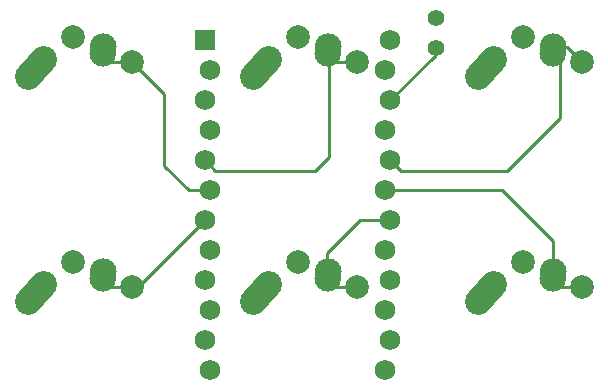
<source format=gbr>
%TF.GenerationSoftware,KiCad,Pcbnew,(6.0.1)*%
%TF.CreationDate,2022-02-20T17:51:40+01:00*%
%TF.ProjectId,3x2-macropad,3378322d-6d61-4637-926f-7061642e6b69,rev?*%
%TF.SameCoordinates,Original*%
%TF.FileFunction,Copper,L1,Top*%
%TF.FilePolarity,Positive*%
%FSLAX46Y46*%
G04 Gerber Fmt 4.6, Leading zero omitted, Abs format (unit mm)*
G04 Created by KiCad (PCBNEW (6.0.1)) date 2022-02-20 17:51:40*
%MOMM*%
%LPD*%
G01*
G04 APERTURE LIST*
G04 Aperture macros list*
%AMHorizOval*
0 Thick line with rounded ends*
0 $1 width*
0 $2 $3 position (X,Y) of the first rounded end (center of the circle)*
0 $4 $5 position (X,Y) of the second rounded end (center of the circle)*
0 Add line between two ends*
20,1,$1,$2,$3,$4,$5,0*
0 Add two circle primitives to create the rounded ends*
1,1,$1,$2,$3*
1,1,$1,$4,$5*%
G04 Aperture macros list end*
%TA.AperFunction,ComponentPad*%
%ADD10C,1.400000*%
%TD*%
%TA.AperFunction,ComponentPad*%
%ADD11R,1.752600X1.752600*%
%TD*%
%TA.AperFunction,ComponentPad*%
%ADD12C,1.752600*%
%TD*%
%TA.AperFunction,ComponentPad*%
%ADD13HorizOval,2.250000X0.019771X0.290016X-0.019771X-0.290016X0*%
%TD*%
%TA.AperFunction,ComponentPad*%
%ADD14C,2.250000*%
%TD*%
%TA.AperFunction,ComponentPad*%
%ADD15HorizOval,2.250000X0.654995X0.730004X-0.654995X-0.730004X0*%
%TD*%
%TA.AperFunction,ComponentPad*%
%ADD16C,2.000000*%
%TD*%
%TA.AperFunction,Conductor*%
%ADD17C,0.250000*%
%TD*%
G04 APERTURE END LIST*
D10*
%TO.P,JP1,1,A*%
%TO.N,Net-(JP1-Pad1)*%
X72000000Y-36250000D03*
%TO.P,JP1,2,B*%
%TO.N,GND*%
X72000000Y-33710000D03*
%TD*%
D11*
%TO.P,U1,1,TX0/PD3*%
%TO.N,unconnected-(U1-Pad1)*%
X52476400Y-35641750D03*
D12*
%TO.P,U1,2,RX1/PD2*%
%TO.N,unconnected-(U1-Pad2)*%
X52933600Y-38181750D03*
%TO.P,U1,3,GND*%
%TO.N,GND*%
X52476400Y-40721750D03*
%TO.P,U1,4,GND*%
X52933600Y-43261750D03*
%TO.P,U1,5,2/PD1*%
%TO.N,1x2*%
X52476400Y-45801750D03*
%TO.P,U1,6,3/PD0*%
%TO.N,1x1*%
X52933600Y-48341750D03*
%TO.P,U1,7,4/PD4*%
%TO.N,2x1*%
X52476400Y-50881750D03*
%TO.P,U1,8,5/PC6*%
%TO.N,unconnected-(U1-Pad8)*%
X52933600Y-53421750D03*
%TO.P,U1,9,6/PD7*%
%TO.N,unconnected-(U1-Pad9)*%
X52476400Y-55961750D03*
%TO.P,U1,10,7/PE6*%
%TO.N,unconnected-(U1-Pad10)*%
X52933600Y-58501750D03*
%TO.P,U1,11,8/PB4*%
%TO.N,unconnected-(U1-Pad11)*%
X52476400Y-61041750D03*
%TO.P,U1,13,10/PB6*%
%TO.N,unconnected-(U1-Pad13)*%
X67716400Y-63581750D03*
%TO.P,U1,14,16/PB2*%
%TO.N,unconnected-(U1-Pad14)*%
X68173600Y-61041750D03*
%TO.P,U1,15,14/PB3*%
%TO.N,unconnected-(U1-Pad15)*%
X67716400Y-58501750D03*
%TO.P,U1,16,15/PB1*%
%TO.N,unconnected-(U1-Pad16)*%
X68173600Y-55961750D03*
%TO.P,U1,17,A0/PF7*%
%TO.N,unconnected-(U1-Pad17)*%
X67716400Y-53421750D03*
%TO.P,U1,18,A1/PF6*%
%TO.N,2x2*%
X68173600Y-50881750D03*
%TO.P,U1,19,A2/PF5*%
%TO.N,2x3*%
X67716400Y-48341750D03*
%TO.P,U1,20,A3/PF4*%
%TO.N,1x3*%
X68173600Y-45801750D03*
%TO.P,U1,21,VCC*%
%TO.N,unconnected-(U1-Pad21)*%
X67716400Y-43261750D03*
%TO.P,U1,22,RST*%
%TO.N,Net-(JP1-Pad1)*%
X68173600Y-40721750D03*
%TO.P,U1,23,GND*%
%TO.N,GND*%
X67716400Y-38181750D03*
%TO.P,U1,12,9/PB5*%
%TO.N,unconnected-(U1-Pad12)*%
X52933600Y-63581750D03*
%TO.P,U1,24,RAW*%
%TO.N,unconnected-(U1-Pad24)*%
X68173600Y-35641750D03*
%TD*%
D13*
%TO.P,SW6,1*%
%TO.N,2x3*%
X81894771Y-55534984D03*
D14*
X81915000Y-55245000D03*
D15*
%TO.P,SW6,2*%
%TO.N,GND*%
X76219995Y-57054996D03*
D14*
X76875000Y-56325000D03*
D16*
%TO.P,SW6,1*%
%TO.N,2x3*%
X84375000Y-56525000D03*
%TO.P,SW6,2*%
%TO.N,GND*%
X79375000Y-54425000D03*
%TD*%
D13*
%TO.P,SW3,1*%
%TO.N,1x3*%
X81894771Y-36484984D03*
D14*
X81915000Y-36195000D03*
D15*
%TO.P,SW3,2*%
%TO.N,GND*%
X76219995Y-38004996D03*
D14*
X76875000Y-37275000D03*
D16*
%TO.P,SW3,1*%
%TO.N,1x3*%
X84375000Y-37475000D03*
%TO.P,SW3,2*%
%TO.N,GND*%
X79375000Y-35375000D03*
%TD*%
D13*
%TO.P,SW5,1*%
%TO.N,2x2*%
X62844771Y-55534984D03*
D14*
X62865000Y-55245000D03*
D15*
%TO.P,SW5,2*%
%TO.N,GND*%
X57169995Y-57054996D03*
D14*
X57825000Y-56325000D03*
D16*
%TO.P,SW5,1*%
%TO.N,2x2*%
X65325000Y-56525000D03*
%TO.P,SW5,2*%
%TO.N,GND*%
X60325000Y-54425000D03*
%TD*%
%TO.P,SW2,2*%
%TO.N,GND*%
X60325000Y-35375000D03*
%TO.P,SW2,1*%
%TO.N,1x2*%
X65325000Y-37475000D03*
D14*
%TO.P,SW2,2*%
%TO.N,GND*%
X57825000Y-37275000D03*
D15*
X57169995Y-38004996D03*
D14*
%TO.P,SW2,1*%
%TO.N,1x2*%
X62865000Y-36195000D03*
D13*
X62844771Y-36484984D03*
%TD*%
%TO.P,SW4,1*%
%TO.N,2x1*%
X43794771Y-55534984D03*
D14*
X43815000Y-55245000D03*
D15*
%TO.P,SW4,2*%
%TO.N,GND*%
X38119995Y-57054996D03*
D14*
X38775000Y-56325000D03*
D16*
%TO.P,SW4,1*%
%TO.N,2x1*%
X46275000Y-56525000D03*
%TO.P,SW4,2*%
%TO.N,GND*%
X41275000Y-54425000D03*
%TD*%
D13*
%TO.P,SW1,1*%
%TO.N,1x1*%
X43794771Y-36484984D03*
D14*
X43815000Y-36195000D03*
D15*
%TO.P,SW1,2*%
%TO.N,GND*%
X38119995Y-38004996D03*
D14*
X38775000Y-37275000D03*
D16*
%TO.P,SW1,1*%
%TO.N,1x1*%
X46275000Y-37475000D03*
%TO.P,SW1,2*%
%TO.N,GND*%
X41275000Y-35375000D03*
%TD*%
D17*
%TO.N,1x2*%
X63525000Y-37475000D02*
X65325000Y-37475000D01*
X62825000Y-36775000D02*
X63525000Y-37475000D01*
X61821950Y-46678050D02*
X63000000Y-45500000D01*
X63000000Y-36950000D02*
X62825000Y-36775000D01*
X53352700Y-46678050D02*
X61821950Y-46678050D01*
X52476400Y-45801750D02*
X53352700Y-46678050D01*
X63000000Y-45500000D02*
X63000000Y-36950000D01*
%TO.N,1x1*%
X44475000Y-37475000D02*
X43775000Y-36775000D01*
X46275000Y-37475000D02*
X44475000Y-37475000D01*
X49000000Y-40200000D02*
X46275000Y-37475000D01*
X49000000Y-46250000D02*
X49000000Y-40200000D01*
X52933600Y-48341750D02*
X51091750Y-48341750D01*
X51091750Y-48341750D02*
X49000000Y-46250000D01*
%TO.N,2x1*%
X44475000Y-56525000D02*
X43775000Y-55825000D01*
X46275000Y-56525000D02*
X44475000Y-56525000D01*
X46833150Y-56525000D02*
X46275000Y-56525000D01*
X52476400Y-50881750D02*
X46833150Y-56525000D01*
%TO.N,2x2*%
X63525000Y-56525000D02*
X65325000Y-56525000D01*
X62825000Y-55825000D02*
X63525000Y-56525000D01*
X62825000Y-53675000D02*
X62825000Y-55825000D01*
X65618250Y-50881750D02*
X62825000Y-53675000D01*
X68173600Y-50881750D02*
X65618250Y-50881750D01*
%TO.N,2x3*%
X82575000Y-56525000D02*
X84375000Y-56525000D01*
X81875000Y-55825000D02*
X82575000Y-56525000D01*
X67716400Y-48341750D02*
X77591750Y-48341750D01*
X77591750Y-48341750D02*
X81915000Y-52665000D01*
X81915000Y-52665000D02*
X81915000Y-55245000D01*
%TO.N,1x3*%
X83095000Y-36195000D02*
X81915000Y-36195000D01*
X84375000Y-37475000D02*
X83095000Y-36195000D01*
X82500000Y-37400000D02*
X81875000Y-36775000D01*
X82500000Y-42250000D02*
X82500000Y-37400000D01*
X69049900Y-46678050D02*
X78071950Y-46678050D01*
X78071950Y-46678050D02*
X82500000Y-42250000D01*
X68173600Y-45801750D02*
X69049900Y-46678050D01*
%TO.N,Net-(JP1-Pad1)*%
X72000000Y-36895350D02*
X72000000Y-36250000D01*
X68173600Y-40721750D02*
X72000000Y-36895350D01*
X68221750Y-40721750D02*
X68250000Y-40750000D01*
X68173600Y-40721750D02*
X68221750Y-40721750D01*
%TD*%
M02*

</source>
